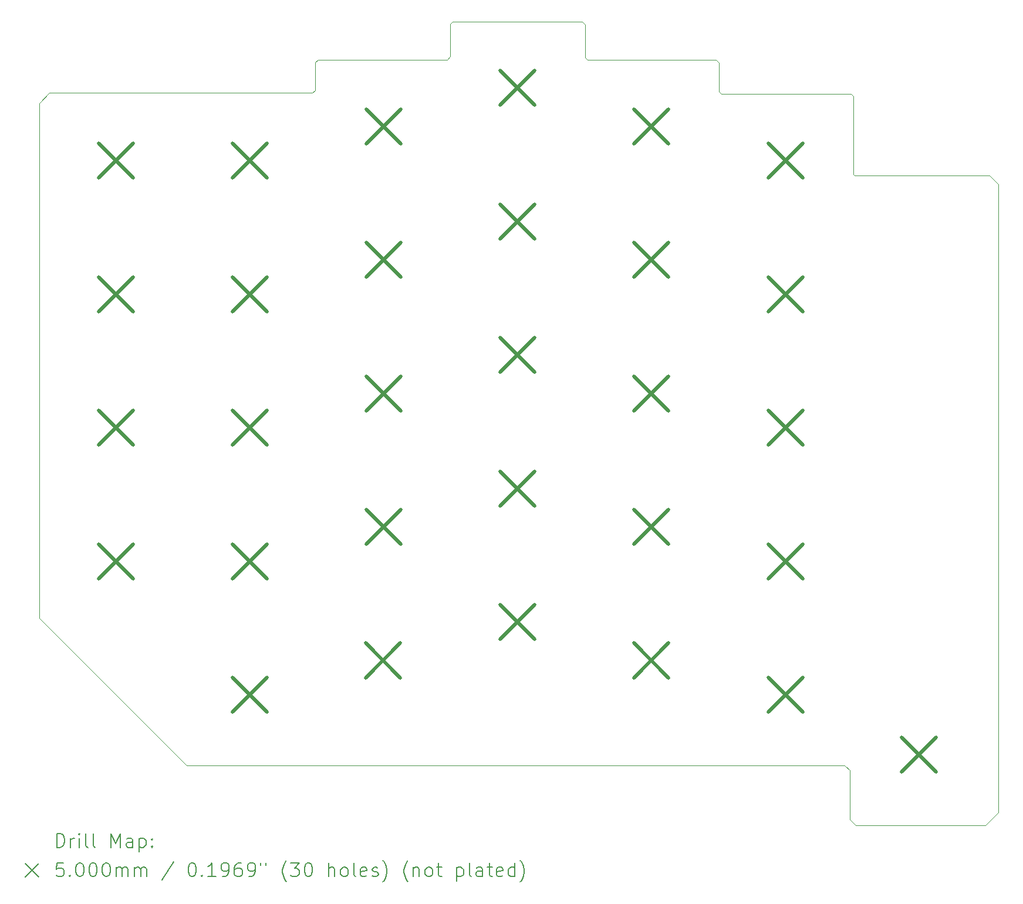
<source format=gbr>
%TF.GenerationSoftware,KiCad,Pcbnew,(6.0.8)*%
%TF.CreationDate,2023-02-14T17:54:35+07:00*%
%TF.ProjectId,dongle_256,646f6e67-6c65-45f3-9235-362e6b696361,rev?*%
%TF.SameCoordinates,Original*%
%TF.FileFunction,Drillmap*%
%TF.FilePolarity,Positive*%
%FSLAX45Y45*%
G04 Gerber Fmt 4.5, Leading zero omitted, Abs format (unit mm)*
G04 Created by KiCad (PCBNEW (6.0.8)) date 2023-02-14 17:54:35*
%MOMM*%
%LPD*%
G01*
G04 APERTURE LIST*
%ADD10C,0.100000*%
%ADD11C,0.200000*%
%ADD12C,0.500000*%
G04 APERTURE END LIST*
D10*
X16420000Y-14705000D02*
X14550000Y-14705000D01*
X6790000Y-3660000D02*
X8655000Y-3660000D01*
X8735000Y-3110000D02*
X10605000Y-3110000D01*
X2770000Y-4285000D02*
X2915000Y-4140000D01*
X8700000Y-3615000D02*
X8700000Y-3145000D01*
X10645000Y-3625000D02*
X10680000Y-3660000D01*
X2915000Y-4140000D02*
X6710000Y-4140000D01*
X12530000Y-3660000D02*
X12575000Y-3705000D01*
X16605000Y-14520000D02*
X16420000Y-14705000D01*
X14460000Y-14615000D02*
X14460000Y-13905000D01*
X12575000Y-3705000D02*
X12575000Y-4120000D01*
X14480000Y-4155000D02*
X14510000Y-4185000D01*
X2770000Y-11710000D02*
X2770000Y-4285000D01*
X14530000Y-5330000D02*
X16480000Y-5330000D01*
X14390000Y-13835000D02*
X4895000Y-13835000D01*
X14460000Y-13905000D02*
X14390000Y-13835000D01*
X8655000Y-3660000D02*
X8700000Y-3615000D01*
X12575000Y-4120000D02*
X12610000Y-4155000D01*
X10680000Y-3660000D02*
X12530000Y-3660000D01*
X16480000Y-5330000D02*
X16605000Y-5455000D01*
X14530000Y-5330000D02*
X14510000Y-5310000D01*
X4895000Y-13835000D02*
X2770000Y-11710000D01*
X14510000Y-4185000D02*
X14510000Y-5310000D01*
X6750000Y-4100000D02*
X6750000Y-3700000D01*
X10645000Y-3150000D02*
X10645000Y-3625000D01*
X6710000Y-4140000D02*
X6750000Y-4100000D01*
X16605000Y-14520000D02*
X16605000Y-5455000D01*
X6750000Y-3700000D02*
X6790000Y-3660000D01*
X14550000Y-14705000D02*
X14460000Y-14615000D01*
X12610000Y-4155000D02*
X14480000Y-4155000D01*
X10605000Y-3110000D02*
X10645000Y-3150000D01*
X8700000Y-3145000D02*
X8735000Y-3110000D01*
D11*
D12*
X3627000Y-4865725D02*
X4127000Y-5365725D01*
X4127000Y-4865725D02*
X3627000Y-5365725D01*
X3627000Y-6792300D02*
X4127000Y-7292300D01*
X4127000Y-6792300D02*
X3627000Y-7292300D01*
X3627000Y-8718875D02*
X4127000Y-9218875D01*
X4127000Y-8718875D02*
X3627000Y-9218875D01*
X3627000Y-10645450D02*
X4127000Y-11145450D01*
X4127000Y-10645450D02*
X3627000Y-11145450D01*
X5558000Y-12568300D02*
X6058000Y-13068300D01*
X6058000Y-12568300D02*
X5558000Y-13068300D01*
X5559000Y-4865725D02*
X6059000Y-5365725D01*
X6059000Y-4865725D02*
X5559000Y-5365725D01*
X5559000Y-6792300D02*
X6059000Y-7292300D01*
X6059000Y-6792300D02*
X5559000Y-7292300D01*
X5559000Y-8718875D02*
X6059000Y-9218875D01*
X6059000Y-8718875D02*
X5559000Y-9218875D01*
X5559000Y-10645450D02*
X6059000Y-11145450D01*
X6059000Y-10645450D02*
X5559000Y-11145450D01*
X7482000Y-12073550D02*
X7982000Y-12573550D01*
X7982000Y-12073550D02*
X7482000Y-12573550D01*
X7483000Y-4370975D02*
X7983000Y-4870975D01*
X7983000Y-4370975D02*
X7483000Y-4870975D01*
X7483000Y-6297550D02*
X7983000Y-6797550D01*
X7983000Y-6297550D02*
X7483000Y-6797550D01*
X7483000Y-8224125D02*
X7983000Y-8724125D01*
X7983000Y-8224125D02*
X7483000Y-8724125D01*
X7483000Y-10150700D02*
X7983000Y-10650700D01*
X7983000Y-10150700D02*
X7483000Y-10650700D01*
X9418000Y-11519550D02*
X9918000Y-12019550D01*
X9918000Y-11519550D02*
X9418000Y-12019550D01*
X9419000Y-3816975D02*
X9919000Y-4316975D01*
X9919000Y-3816975D02*
X9419000Y-4316975D01*
X9419000Y-5743550D02*
X9919000Y-6243550D01*
X9919000Y-5743550D02*
X9419000Y-6243550D01*
X9419000Y-7670125D02*
X9919000Y-8170125D01*
X9919000Y-7670125D02*
X9419000Y-8170125D01*
X9419000Y-9596700D02*
X9919000Y-10096700D01*
X9919000Y-9596700D02*
X9419000Y-10096700D01*
X11346000Y-12073550D02*
X11846000Y-12573550D01*
X11846000Y-12073550D02*
X11346000Y-12573550D01*
X11347000Y-4370975D02*
X11847000Y-4870975D01*
X11847000Y-4370975D02*
X11347000Y-4870975D01*
X11347000Y-6297550D02*
X11847000Y-6797550D01*
X11847000Y-6297550D02*
X11347000Y-6797550D01*
X11347000Y-8224125D02*
X11847000Y-8724125D01*
X11847000Y-8224125D02*
X11347000Y-8724125D01*
X11347000Y-10150700D02*
X11847000Y-10650700D01*
X11847000Y-10150700D02*
X11347000Y-10650700D01*
X13286000Y-12568300D02*
X13786000Y-13068300D01*
X13786000Y-12568300D02*
X13286000Y-13068300D01*
X13287000Y-4865725D02*
X13787000Y-5365725D01*
X13787000Y-4865725D02*
X13287000Y-5365725D01*
X13287000Y-6792300D02*
X13787000Y-7292300D01*
X13787000Y-6792300D02*
X13287000Y-7292300D01*
X13287000Y-8718875D02*
X13787000Y-9218875D01*
X13787000Y-8718875D02*
X13287000Y-9218875D01*
X13287000Y-10645450D02*
X13787000Y-11145450D01*
X13787000Y-10645450D02*
X13287000Y-11145450D01*
X15205000Y-13430300D02*
X15705000Y-13930300D01*
X15705000Y-13430300D02*
X15205000Y-13930300D01*
D11*
X3022619Y-15020476D02*
X3022619Y-14820476D01*
X3070238Y-14820476D01*
X3098809Y-14830000D01*
X3117857Y-14849048D01*
X3127381Y-14868095D01*
X3136905Y-14906190D01*
X3136905Y-14934762D01*
X3127381Y-14972857D01*
X3117857Y-14991905D01*
X3098809Y-15010952D01*
X3070238Y-15020476D01*
X3022619Y-15020476D01*
X3222619Y-15020476D02*
X3222619Y-14887143D01*
X3222619Y-14925238D02*
X3232143Y-14906190D01*
X3241667Y-14896667D01*
X3260714Y-14887143D01*
X3279762Y-14887143D01*
X3346428Y-15020476D02*
X3346428Y-14887143D01*
X3346428Y-14820476D02*
X3336905Y-14830000D01*
X3346428Y-14839524D01*
X3355952Y-14830000D01*
X3346428Y-14820476D01*
X3346428Y-14839524D01*
X3470238Y-15020476D02*
X3451190Y-15010952D01*
X3441667Y-14991905D01*
X3441667Y-14820476D01*
X3575000Y-15020476D02*
X3555952Y-15010952D01*
X3546428Y-14991905D01*
X3546428Y-14820476D01*
X3803571Y-15020476D02*
X3803571Y-14820476D01*
X3870238Y-14963333D01*
X3936905Y-14820476D01*
X3936905Y-15020476D01*
X4117857Y-15020476D02*
X4117857Y-14915714D01*
X4108333Y-14896667D01*
X4089286Y-14887143D01*
X4051190Y-14887143D01*
X4032143Y-14896667D01*
X4117857Y-15010952D02*
X4098809Y-15020476D01*
X4051190Y-15020476D01*
X4032143Y-15010952D01*
X4022619Y-14991905D01*
X4022619Y-14972857D01*
X4032143Y-14953809D01*
X4051190Y-14944286D01*
X4098809Y-14944286D01*
X4117857Y-14934762D01*
X4213095Y-14887143D02*
X4213095Y-15087143D01*
X4213095Y-14896667D02*
X4232143Y-14887143D01*
X4270238Y-14887143D01*
X4289286Y-14896667D01*
X4298810Y-14906190D01*
X4308333Y-14925238D01*
X4308333Y-14982381D01*
X4298810Y-15001428D01*
X4289286Y-15010952D01*
X4270238Y-15020476D01*
X4232143Y-15020476D01*
X4213095Y-15010952D01*
X4394048Y-15001428D02*
X4403571Y-15010952D01*
X4394048Y-15020476D01*
X4384524Y-15010952D01*
X4394048Y-15001428D01*
X4394048Y-15020476D01*
X4394048Y-14896667D02*
X4403571Y-14906190D01*
X4394048Y-14915714D01*
X4384524Y-14906190D01*
X4394048Y-14896667D01*
X4394048Y-14915714D01*
X2565000Y-15250000D02*
X2765000Y-15450000D01*
X2765000Y-15250000D02*
X2565000Y-15450000D01*
X3117857Y-15240476D02*
X3022619Y-15240476D01*
X3013095Y-15335714D01*
X3022619Y-15326190D01*
X3041667Y-15316667D01*
X3089286Y-15316667D01*
X3108333Y-15326190D01*
X3117857Y-15335714D01*
X3127381Y-15354762D01*
X3127381Y-15402381D01*
X3117857Y-15421428D01*
X3108333Y-15430952D01*
X3089286Y-15440476D01*
X3041667Y-15440476D01*
X3022619Y-15430952D01*
X3013095Y-15421428D01*
X3213095Y-15421428D02*
X3222619Y-15430952D01*
X3213095Y-15440476D01*
X3203571Y-15430952D01*
X3213095Y-15421428D01*
X3213095Y-15440476D01*
X3346428Y-15240476D02*
X3365476Y-15240476D01*
X3384524Y-15250000D01*
X3394048Y-15259524D01*
X3403571Y-15278571D01*
X3413095Y-15316667D01*
X3413095Y-15364286D01*
X3403571Y-15402381D01*
X3394048Y-15421428D01*
X3384524Y-15430952D01*
X3365476Y-15440476D01*
X3346428Y-15440476D01*
X3327381Y-15430952D01*
X3317857Y-15421428D01*
X3308333Y-15402381D01*
X3298809Y-15364286D01*
X3298809Y-15316667D01*
X3308333Y-15278571D01*
X3317857Y-15259524D01*
X3327381Y-15250000D01*
X3346428Y-15240476D01*
X3536905Y-15240476D02*
X3555952Y-15240476D01*
X3575000Y-15250000D01*
X3584524Y-15259524D01*
X3594048Y-15278571D01*
X3603571Y-15316667D01*
X3603571Y-15364286D01*
X3594048Y-15402381D01*
X3584524Y-15421428D01*
X3575000Y-15430952D01*
X3555952Y-15440476D01*
X3536905Y-15440476D01*
X3517857Y-15430952D01*
X3508333Y-15421428D01*
X3498809Y-15402381D01*
X3489286Y-15364286D01*
X3489286Y-15316667D01*
X3498809Y-15278571D01*
X3508333Y-15259524D01*
X3517857Y-15250000D01*
X3536905Y-15240476D01*
X3727381Y-15240476D02*
X3746428Y-15240476D01*
X3765476Y-15250000D01*
X3775000Y-15259524D01*
X3784524Y-15278571D01*
X3794048Y-15316667D01*
X3794048Y-15364286D01*
X3784524Y-15402381D01*
X3775000Y-15421428D01*
X3765476Y-15430952D01*
X3746428Y-15440476D01*
X3727381Y-15440476D01*
X3708333Y-15430952D01*
X3698809Y-15421428D01*
X3689286Y-15402381D01*
X3679762Y-15364286D01*
X3679762Y-15316667D01*
X3689286Y-15278571D01*
X3698809Y-15259524D01*
X3708333Y-15250000D01*
X3727381Y-15240476D01*
X3879762Y-15440476D02*
X3879762Y-15307143D01*
X3879762Y-15326190D02*
X3889286Y-15316667D01*
X3908333Y-15307143D01*
X3936905Y-15307143D01*
X3955952Y-15316667D01*
X3965476Y-15335714D01*
X3965476Y-15440476D01*
X3965476Y-15335714D02*
X3975000Y-15316667D01*
X3994048Y-15307143D01*
X4022619Y-15307143D01*
X4041667Y-15316667D01*
X4051190Y-15335714D01*
X4051190Y-15440476D01*
X4146428Y-15440476D02*
X4146428Y-15307143D01*
X4146428Y-15326190D02*
X4155952Y-15316667D01*
X4175000Y-15307143D01*
X4203571Y-15307143D01*
X4222619Y-15316667D01*
X4232143Y-15335714D01*
X4232143Y-15440476D01*
X4232143Y-15335714D02*
X4241667Y-15316667D01*
X4260714Y-15307143D01*
X4289286Y-15307143D01*
X4308333Y-15316667D01*
X4317857Y-15335714D01*
X4317857Y-15440476D01*
X4708333Y-15230952D02*
X4536905Y-15488095D01*
X4965476Y-15240476D02*
X4984524Y-15240476D01*
X5003571Y-15250000D01*
X5013095Y-15259524D01*
X5022619Y-15278571D01*
X5032143Y-15316667D01*
X5032143Y-15364286D01*
X5022619Y-15402381D01*
X5013095Y-15421428D01*
X5003571Y-15430952D01*
X4984524Y-15440476D01*
X4965476Y-15440476D01*
X4946429Y-15430952D01*
X4936905Y-15421428D01*
X4927381Y-15402381D01*
X4917857Y-15364286D01*
X4917857Y-15316667D01*
X4927381Y-15278571D01*
X4936905Y-15259524D01*
X4946429Y-15250000D01*
X4965476Y-15240476D01*
X5117857Y-15421428D02*
X5127381Y-15430952D01*
X5117857Y-15440476D01*
X5108333Y-15430952D01*
X5117857Y-15421428D01*
X5117857Y-15440476D01*
X5317857Y-15440476D02*
X5203571Y-15440476D01*
X5260714Y-15440476D02*
X5260714Y-15240476D01*
X5241667Y-15269048D01*
X5222619Y-15288095D01*
X5203571Y-15297619D01*
X5413095Y-15440476D02*
X5451190Y-15440476D01*
X5470238Y-15430952D01*
X5479762Y-15421428D01*
X5498810Y-15392857D01*
X5508333Y-15354762D01*
X5508333Y-15278571D01*
X5498810Y-15259524D01*
X5489286Y-15250000D01*
X5470238Y-15240476D01*
X5432143Y-15240476D01*
X5413095Y-15250000D01*
X5403571Y-15259524D01*
X5394048Y-15278571D01*
X5394048Y-15326190D01*
X5403571Y-15345238D01*
X5413095Y-15354762D01*
X5432143Y-15364286D01*
X5470238Y-15364286D01*
X5489286Y-15354762D01*
X5498810Y-15345238D01*
X5508333Y-15326190D01*
X5679762Y-15240476D02*
X5641667Y-15240476D01*
X5622619Y-15250000D01*
X5613095Y-15259524D01*
X5594048Y-15288095D01*
X5584524Y-15326190D01*
X5584524Y-15402381D01*
X5594048Y-15421428D01*
X5603571Y-15430952D01*
X5622619Y-15440476D01*
X5660714Y-15440476D01*
X5679762Y-15430952D01*
X5689286Y-15421428D01*
X5698809Y-15402381D01*
X5698809Y-15354762D01*
X5689286Y-15335714D01*
X5679762Y-15326190D01*
X5660714Y-15316667D01*
X5622619Y-15316667D01*
X5603571Y-15326190D01*
X5594048Y-15335714D01*
X5584524Y-15354762D01*
X5794048Y-15440476D02*
X5832143Y-15440476D01*
X5851190Y-15430952D01*
X5860714Y-15421428D01*
X5879762Y-15392857D01*
X5889286Y-15354762D01*
X5889286Y-15278571D01*
X5879762Y-15259524D01*
X5870238Y-15250000D01*
X5851190Y-15240476D01*
X5813095Y-15240476D01*
X5794048Y-15250000D01*
X5784524Y-15259524D01*
X5775000Y-15278571D01*
X5775000Y-15326190D01*
X5784524Y-15345238D01*
X5794048Y-15354762D01*
X5813095Y-15364286D01*
X5851190Y-15364286D01*
X5870238Y-15354762D01*
X5879762Y-15345238D01*
X5889286Y-15326190D01*
X5965476Y-15240476D02*
X5965476Y-15278571D01*
X6041667Y-15240476D02*
X6041667Y-15278571D01*
X6336905Y-15516667D02*
X6327381Y-15507143D01*
X6308333Y-15478571D01*
X6298809Y-15459524D01*
X6289286Y-15430952D01*
X6279762Y-15383333D01*
X6279762Y-15345238D01*
X6289286Y-15297619D01*
X6298809Y-15269048D01*
X6308333Y-15250000D01*
X6327381Y-15221428D01*
X6336905Y-15211905D01*
X6394048Y-15240476D02*
X6517857Y-15240476D01*
X6451190Y-15316667D01*
X6479762Y-15316667D01*
X6498809Y-15326190D01*
X6508333Y-15335714D01*
X6517857Y-15354762D01*
X6517857Y-15402381D01*
X6508333Y-15421428D01*
X6498809Y-15430952D01*
X6479762Y-15440476D01*
X6422619Y-15440476D01*
X6403571Y-15430952D01*
X6394048Y-15421428D01*
X6641667Y-15240476D02*
X6660714Y-15240476D01*
X6679762Y-15250000D01*
X6689286Y-15259524D01*
X6698809Y-15278571D01*
X6708333Y-15316667D01*
X6708333Y-15364286D01*
X6698809Y-15402381D01*
X6689286Y-15421428D01*
X6679762Y-15430952D01*
X6660714Y-15440476D01*
X6641667Y-15440476D01*
X6622619Y-15430952D01*
X6613095Y-15421428D01*
X6603571Y-15402381D01*
X6594048Y-15364286D01*
X6594048Y-15316667D01*
X6603571Y-15278571D01*
X6613095Y-15259524D01*
X6622619Y-15250000D01*
X6641667Y-15240476D01*
X6946428Y-15440476D02*
X6946428Y-15240476D01*
X7032143Y-15440476D02*
X7032143Y-15335714D01*
X7022619Y-15316667D01*
X7003571Y-15307143D01*
X6975000Y-15307143D01*
X6955952Y-15316667D01*
X6946428Y-15326190D01*
X7155952Y-15440476D02*
X7136905Y-15430952D01*
X7127381Y-15421428D01*
X7117857Y-15402381D01*
X7117857Y-15345238D01*
X7127381Y-15326190D01*
X7136905Y-15316667D01*
X7155952Y-15307143D01*
X7184524Y-15307143D01*
X7203571Y-15316667D01*
X7213095Y-15326190D01*
X7222619Y-15345238D01*
X7222619Y-15402381D01*
X7213095Y-15421428D01*
X7203571Y-15430952D01*
X7184524Y-15440476D01*
X7155952Y-15440476D01*
X7336905Y-15440476D02*
X7317857Y-15430952D01*
X7308333Y-15411905D01*
X7308333Y-15240476D01*
X7489286Y-15430952D02*
X7470238Y-15440476D01*
X7432143Y-15440476D01*
X7413095Y-15430952D01*
X7403571Y-15411905D01*
X7403571Y-15335714D01*
X7413095Y-15316667D01*
X7432143Y-15307143D01*
X7470238Y-15307143D01*
X7489286Y-15316667D01*
X7498809Y-15335714D01*
X7498809Y-15354762D01*
X7403571Y-15373809D01*
X7575000Y-15430952D02*
X7594048Y-15440476D01*
X7632143Y-15440476D01*
X7651190Y-15430952D01*
X7660714Y-15411905D01*
X7660714Y-15402381D01*
X7651190Y-15383333D01*
X7632143Y-15373809D01*
X7603571Y-15373809D01*
X7584524Y-15364286D01*
X7575000Y-15345238D01*
X7575000Y-15335714D01*
X7584524Y-15316667D01*
X7603571Y-15307143D01*
X7632143Y-15307143D01*
X7651190Y-15316667D01*
X7727381Y-15516667D02*
X7736905Y-15507143D01*
X7755952Y-15478571D01*
X7765476Y-15459524D01*
X7775000Y-15430952D01*
X7784524Y-15383333D01*
X7784524Y-15345238D01*
X7775000Y-15297619D01*
X7765476Y-15269048D01*
X7755952Y-15250000D01*
X7736905Y-15221428D01*
X7727381Y-15211905D01*
X8089286Y-15516667D02*
X8079762Y-15507143D01*
X8060714Y-15478571D01*
X8051190Y-15459524D01*
X8041667Y-15430952D01*
X8032143Y-15383333D01*
X8032143Y-15345238D01*
X8041667Y-15297619D01*
X8051190Y-15269048D01*
X8060714Y-15250000D01*
X8079762Y-15221428D01*
X8089286Y-15211905D01*
X8165476Y-15307143D02*
X8165476Y-15440476D01*
X8165476Y-15326190D02*
X8175000Y-15316667D01*
X8194048Y-15307143D01*
X8222619Y-15307143D01*
X8241667Y-15316667D01*
X8251190Y-15335714D01*
X8251190Y-15440476D01*
X8375000Y-15440476D02*
X8355952Y-15430952D01*
X8346428Y-15421428D01*
X8336905Y-15402381D01*
X8336905Y-15345238D01*
X8346428Y-15326190D01*
X8355952Y-15316667D01*
X8375000Y-15307143D01*
X8403571Y-15307143D01*
X8422619Y-15316667D01*
X8432143Y-15326190D01*
X8441667Y-15345238D01*
X8441667Y-15402381D01*
X8432143Y-15421428D01*
X8422619Y-15430952D01*
X8403571Y-15440476D01*
X8375000Y-15440476D01*
X8498810Y-15307143D02*
X8575000Y-15307143D01*
X8527381Y-15240476D02*
X8527381Y-15411905D01*
X8536905Y-15430952D01*
X8555952Y-15440476D01*
X8575000Y-15440476D01*
X8794048Y-15307143D02*
X8794048Y-15507143D01*
X8794048Y-15316667D02*
X8813095Y-15307143D01*
X8851190Y-15307143D01*
X8870238Y-15316667D01*
X8879762Y-15326190D01*
X8889286Y-15345238D01*
X8889286Y-15402381D01*
X8879762Y-15421428D01*
X8870238Y-15430952D01*
X8851190Y-15440476D01*
X8813095Y-15440476D01*
X8794048Y-15430952D01*
X9003571Y-15440476D02*
X8984524Y-15430952D01*
X8975000Y-15411905D01*
X8975000Y-15240476D01*
X9165476Y-15440476D02*
X9165476Y-15335714D01*
X9155952Y-15316667D01*
X9136905Y-15307143D01*
X9098810Y-15307143D01*
X9079762Y-15316667D01*
X9165476Y-15430952D02*
X9146429Y-15440476D01*
X9098810Y-15440476D01*
X9079762Y-15430952D01*
X9070238Y-15411905D01*
X9070238Y-15392857D01*
X9079762Y-15373809D01*
X9098810Y-15364286D01*
X9146429Y-15364286D01*
X9165476Y-15354762D01*
X9232143Y-15307143D02*
X9308333Y-15307143D01*
X9260714Y-15240476D02*
X9260714Y-15411905D01*
X9270238Y-15430952D01*
X9289286Y-15440476D01*
X9308333Y-15440476D01*
X9451190Y-15430952D02*
X9432143Y-15440476D01*
X9394048Y-15440476D01*
X9375000Y-15430952D01*
X9365476Y-15411905D01*
X9365476Y-15335714D01*
X9375000Y-15316667D01*
X9394048Y-15307143D01*
X9432143Y-15307143D01*
X9451190Y-15316667D01*
X9460714Y-15335714D01*
X9460714Y-15354762D01*
X9365476Y-15373809D01*
X9632143Y-15440476D02*
X9632143Y-15240476D01*
X9632143Y-15430952D02*
X9613095Y-15440476D01*
X9575000Y-15440476D01*
X9555952Y-15430952D01*
X9546429Y-15421428D01*
X9536905Y-15402381D01*
X9536905Y-15345238D01*
X9546429Y-15326190D01*
X9555952Y-15316667D01*
X9575000Y-15307143D01*
X9613095Y-15307143D01*
X9632143Y-15316667D01*
X9708333Y-15516667D02*
X9717857Y-15507143D01*
X9736905Y-15478571D01*
X9746429Y-15459524D01*
X9755952Y-15430952D01*
X9765476Y-15383333D01*
X9765476Y-15345238D01*
X9755952Y-15297619D01*
X9746429Y-15269048D01*
X9736905Y-15250000D01*
X9717857Y-15221428D01*
X9708333Y-15211905D01*
M02*

</source>
